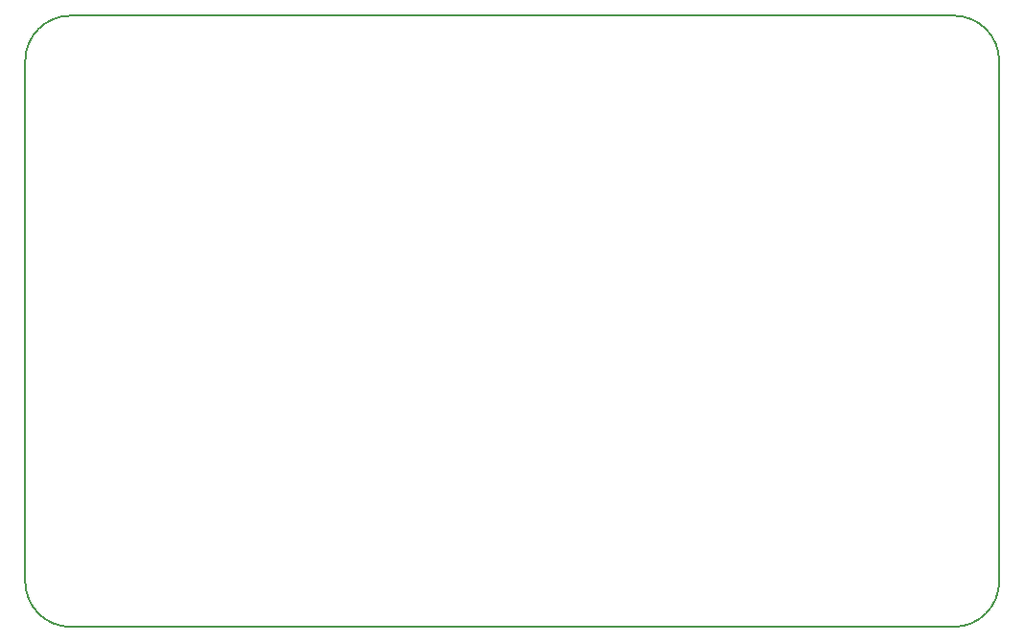
<source format=gbr>
%TF.GenerationSoftware,KiCad,Pcbnew,(5.1.10)-1*%
%TF.CreationDate,2022-05-03T06:53:42-07:00*%
%TF.ProjectId,project,70726f6a-6563-4742-9e6b-696361645f70,0.0*%
%TF.SameCoordinates,Original*%
%TF.FileFunction,Profile,NP*%
%FSLAX46Y46*%
G04 Gerber Fmt 4.6, Leading zero omitted, Abs format (unit mm)*
G04 Created by KiCad (PCBNEW (5.1.10)-1) date 2022-05-03 06:53:42*
%MOMM*%
%LPD*%
G01*
G04 APERTURE LIST*
%TA.AperFunction,Profile*%
%ADD10C,0.150000*%
%TD*%
G04 APERTURE END LIST*
D10*
X107274000Y-70219000D02*
X107274000Y-116219000D01*
X189274000Y-66219000D02*
X111274000Y-66219000D01*
X193274000Y-116219000D02*
X193274000Y-70219000D01*
X111274000Y-120219000D02*
X189274000Y-120219000D01*
X107274000Y-70219000D02*
G75*
G02*
X111274000Y-66219000I4000000J0D01*
G01*
X189274000Y-66219000D02*
G75*
G02*
X193274000Y-70219000I0J-4000000D01*
G01*
X193274000Y-116219000D02*
G75*
G02*
X189274000Y-120219000I-4000000J0D01*
G01*
X111274000Y-120219000D02*
G75*
G02*
X107274000Y-116219000I0J4000000D01*
G01*
M02*

</source>
